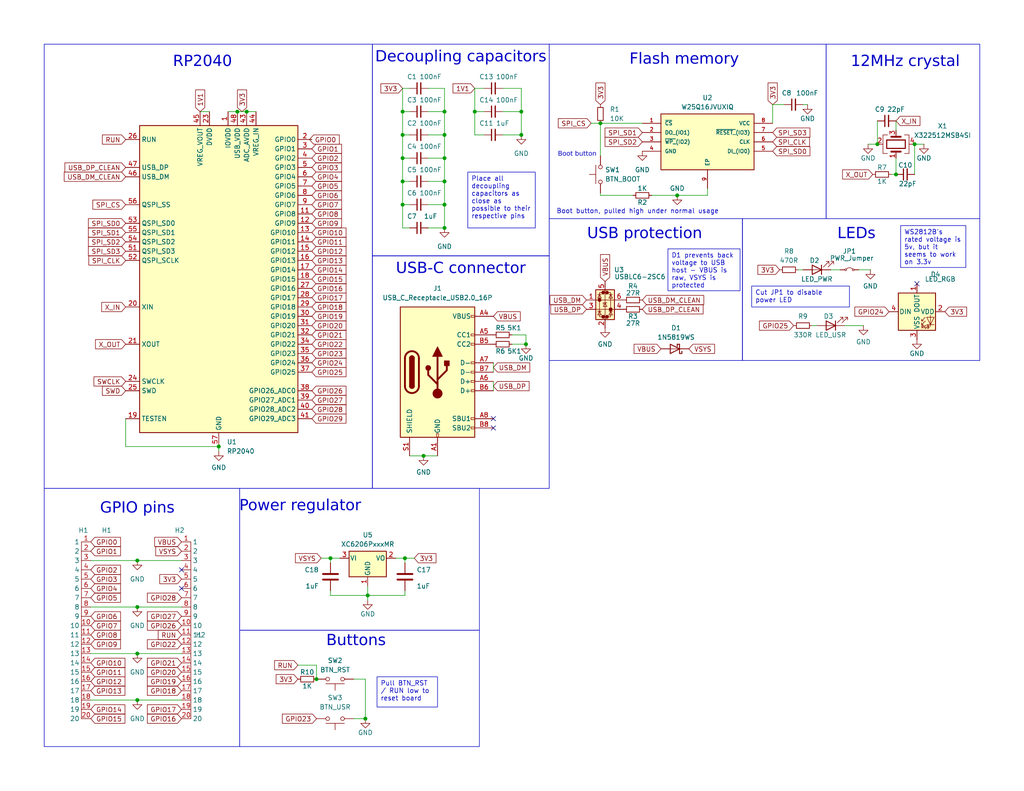
<source format=kicad_sch>
(kicad_sch (version 20250114) (generator "eeschema") (generator_version "9.0")
  (paper "USLetter")
  (title_block (title "Orpheus Pico") (date "2025-03-12") (rev "1v2") (company "Hack Club"))
  (lib_symbols
    (symbol "Connectors:TYPE-C_16PIN_2MD_073" (pin_names (offset 1.016))
      (property "Reference" "J" (at 0 22.225 0))
      (property "Value" "TYPE-C_16PIN_2MD_073" (at 0 19.685 0))
      (symbol "TYPE-C_16PIN_2MD_073_1_1"
        (pin passive line (at -7.62 -22.86 90) (length 5.08) (name "SHIELD") (number "S1"))
        (pin passive line (at 0 -22.86 90) (length 5.08) (name "GND") (number "A1"))
        (pin passive line (at 0 -22.86 90) (length 5.08) (hide yes) (name "GND") (number "B1"))
        (pin passive line (at 15.24 15.24 180) (length 5.08) (name "VBUS") (number "A4"))
        (pin passive line (at 15.24 15.24 180) (length 5.08) (hide yes) (name "VBUS") (number "B4"))
        (pin bidirectional line (at 15.24 10.16 180) (length 5.08) (name "CC1") (number "A5"))
        (pin bidirectional line (at 15.24 7.62 180) (length 5.08) (name "CC2") (number "B5"))
        (pin bidirectional line (at 15.24 2.54 180) (length 5.08) (name "D-") (number "A7"))
        (pin bidirectional line (at 15.24 0 180) (length 5.08) (name "D-") (number "B7"))
        (pin bidirectional line (at 15.24 -2.54 180) (length 5.08) (name "D+") (number "A6"))
        (pin bidirectional line (at 15.24 -5.08 180) (length 5.08) (name "D+") (number "B6"))
        (pin bidirectional line (at 15.24 -12.7 180) (length 5.08) (name "SBU1") (number "A8"))
        (pin bidirectional line (at 15.24 -15.24 180) (length 5.08) (name "SBU2") (number "B8"))
      )
    )
    (symbol "Crystals:X322512MSB4SI" (pin_names (offset 1.016) (hide yes))
      (property "Reference" "Y" (at 3.175 5.08 0))
      (property "Value" "X322512MSB4SI" (at 3.175 3.175 0))
      (symbol "X322512MSB4SI_1_1"
        (pin passive line (at -3.81 0 0) (length 1.27) (name "1") (number "1"))
        (pin passive line (at 0 5.08 270) (length 1.27) (name "2") (number "2"))
        (pin passive line (at 0 -5.08 90) (length 1.27) (name "4") (number "4"))
        (pin passive line (at 3.81 0 180) (length 1.27) (name "3") (number "3"))
      )
    )
    (symbol "Device:C" (pin_numbers (hide yes)) (pin_names (offset 0.254))
      (property "Reference" "C" (at 0.635 2.54 0))
      (property "Value" "C" (at 0.635 -2.54 0))
      (symbol "C_1_1"
        (pin passive line (at 0 3.81 270) (length 2.794) (name "~") (number "1"))
        (pin passive line (at 0 -3.81 90) (length 2.794) (name "~") (number "2"))
      )
    )
    (symbol "Device:C_Small" (pin_numbers (hide yes)) (pin_names (offset 0.254) (hide yes))
      (property "Reference" "C" (at 0.254 1.778 0))
      (property "Value" "C_Small" (at 0.254 -2.032 0))
      (symbol "C_Small_1_1"
        (pin passive line (at 0 2.54 270) (length 2.032) (name "~") (number "1"))
        (pin passive line (at 0 -2.54 90) (length 2.032) (name "~") (number "2"))
      )
    )
    (symbol "Device:LED" (pin_numbers (hide yes)) (pin_names (offset 1.016) (hide yes))
      (property "Reference" "D" (at 0 2.54 0))
      (property "Value" "LED" (at 0 -2.54 0))
      (symbol "LED_1_1"
        (pin passive line (at -3.81 0 0) (length 2.54) (name "K") (number "1"))
        (pin passive line (at 3.81 0 180) (length 2.54) (name "A") (number "2"))
      )
    )
    (symbol "Device:R_Small" (pin_numbers (hide yes)) (pin_names (offset 0.254) (hide yes))
      (property "Reference" "R" (at 0.762 0.508 0))
      (property "Value" "R_Small" (at 0.762 -1.016 0))
      (symbol "R_Small_1_1"
        (pin passive line (at 0 2.54 270) (length 0.762) (name "~") (number "1"))
        (pin passive line (at 0 -2.54 90) (length 0.762) (name "~") (number "2"))
      )
    )
    (symbol "Diode:1N5819WS" (pin_numbers (hide yes)) (pin_names (offset 1.016) (hide yes))
      (property "Reference" "D" (at 0 2.54 0))
      (property "Value" "1N5819WS" (at 0 -2.54 0))
      (symbol "1N5819WS_1_1"
        (pin passive line (at -3.81 0 0) (length 2.54) (name "K") (number "1"))
        (pin passive line (at 3.81 0 180) (length 2.54) (name "A") (number "2"))
      )
    )
    (symbol "FlashMemory:W25Q16JVUXIQ" (pin_names (offset 1.016))
      (property "Reference" "U" (at 10.16 7.62 0))
      (property "Value" "W25Q16JVUXIQ" (at 10.16 5.08 0))
      (symbol "W25Q16JVUXIQ_0_0"
        (pin bidirectional line (at 0 0 0) (length 5.08) (name "~{CS}") (number "1"))
        (pin bidirectional line (at 0 -2.54 0) (length 5.08) (name "DO_(IO1)") (number "2"))
        (pin bidirectional line (at 0 -7.62 0) (length 5.08) (name "GND") (number "4"))
        (pin bidirectional line (at 17.78 -17.78 90) (length 5.08) (name "EP") (number "9"))
        (pin bidirectional line (at 35.56 0 180) (length 5.08) (name "VCC") (number "8"))
        (pin bidirectional line (at 35.56 -5.08 180) (length 5.08) (name "CLK") (number "6"))
        (pin bidirectional line (at 35.56 -7.62 180) (length 5.08) (name "DI_(IO0)") (number "5"))
      )
      (symbol "W25Q16JVUXIQ_1_0"
        (pin bidirectional line (at 0 -5.08 0) (length 5.08) (name "~{WP_}(IO2)") (number "3"))
        (pin bidirectional line (at 35.56 -2.54 180) (length 5.08) (name "~{RESET_}(IO3)") (number "7"))
      )
    )
    (symbol "Headers:OrphPicoHeaders"
      (property "Reference" "H" (at 0 0 0))
      (symbol "OrphPicoHeaders_1_1"
        (pin bidirectional line (at 0 -2.54 0) (length 2.54) (name "1") (number "1"))
        (pin bidirectional line (at 0 -5.08 0) (length 2.54) (name "2") (number "2"))
        (pin bidirectional line (at 0 -7.62 0) (length 2.54) (name "3") (number "3"))
        (pin bidirectional line (at 0 -10.16 0) (length 2.54) (name "4") (number "4"))
        (pin bidirectional line (at 0 -12.7 0) (length 2.54) (name "5") (number "5"))
        (pin bidirectional line (at 0 -15.24 0) (length 2.54) (name "6") (number "6"))
        (pin bidirectional line (at 0 -17.78 0) (length 2.54) (name "7") (number "7"))
        (pin bidirectional line (at 0 -20.32 0) (length 2.54) (name "8") (number "8"))
        (pin bidirectional line (at 0 -22.86 0) (length 2.54) (name "9") (number "9"))
        (pin bidirectional line (at 0 -25.4 0) (length 2.54) (name "10") (number "10"))
        (pin bidirectional line (at 0 -27.94 0) (length 2.54) (name "11") (number "11"))
        (pin bidirectional line (at 0 -30.48 0) (length 2.54) (name "12") (number "12"))
        (pin bidirectional line (at 0 -33.02 0) (length 2.54) (name "13") (number "13"))
        (pin bidirectional line (at 0 -35.56 0) (length 2.54) (name "14") (number "14"))
        (pin bidirectional line (at 0 -38.1 0) (length 2.54) (name "15") (number "15"))
        (pin bidirectional line (at 0 -40.64 0) (length 2.54) (name "16") (number "16"))
        (pin bidirectional line (at 0 -43.18 0) (length 2.54) (name "17") (number "17"))
        (pin bidirectional line (at 0 -45.72 0) (length 2.54) (name "18") (number "18"))
        (pin bidirectional line (at 0 -48.26 0) (length 2.54) (name "19") (number "19"))
        (pin bidirectional line (at 0 -50.8 0) (length 2.54) (name "20") (number "20"))
      )
    )
    (symbol "Jumper:Jumper_2_Small_Bridged" (pin_numbers (hide yes)) (pin_names (offset 0) (hide yes)) (exclude_from_sim yes)
      (property "Reference" "JP" (at 0 2.032 0))
      (property "Value" "Jumper_2_Small_Bridged" (at 0 -2.286 0))
      (symbol "Jumper_2_Small_Bridged_1_1"
        (pin passive line (at -2.54 0 0) (length 1.27) (name "A") (number "1"))
        (pin passive line (at 2.54 0 180) (length 1.27) (name "B") (number "2"))
      )
    )
    (symbol "LEDs:XL-1615RGBC-WS2812B" (pin_names (offset 0.254))
      (property "Reference" "D" (at 5.08 5.715 0))
      (property "Value" "XL-1615RGBC-WS2812B" (at 1.27 -5.715 0))
      (symbol "XL-1615RGBC-WS2812B_0_0"
        (text "RGB" (at 2.286 -4.191 0) (effects (font (size 0.762 0.762))))
      )
      (symbol "XL-1615RGBC-WS2812B_1_1"
        (pin input line (at -7.62 0 0) (length 2.54) (name "DIN") (number "4"))
        (pin power_in line (at 0 7.62 270) (length 2.54) (name "DOUT") (number "1"))
        (pin power_in line (at 0 -7.62 90) (length 2.54) (name "VSS") (number "3"))
        (pin output line (at 7.62 0 180) (length 2.54) (name "VDD") (number "2"))
      )
    )
    (symbol "MCU_RaspberryPi:RP2040"
      (property "Reference" "U" (at 17.78 45.72 0))
      (property "Value" "RP2040" (at 17.78 43.18 0))
      (symbol "RP2040_1_1"
        (pin input line (at -25.4 38.1 0) (length 3.81) (name "RUN") (number "26"))
        (pin bidirectional line (at -25.4 30.48 0) (length 3.81) (name "USB_DP") (number "47"))
        (pin bidirectional line (at -25.4 27.94 0) (length 3.81) (name "USB_DM") (number "46"))
        (pin bidirectional line (at -25.4 20.32 0) (length 3.81) (name "QSPI_SS") (number "56"))
        (pin bidirectional line (at -25.4 15.24 0) (length 3.81) (name "QSPI_SD0") (number "53"))
        (pin bidirectional line (at -25.4 12.7 0) (length 3.81) (name "QSPI_SD1") (number "55"))
        (pin bidirectional line (at -25.4 10.16 0) (length 3.81) (name "QSPI_SD2") (number "54"))
        (pin bidirectional line (at -25.4 7.62 0) (length 3.81) (name "QSPI_SD3") (number "51"))
        (pin output line (at -25.4 5.08 0) (length 3.81) (name "QSPI_SCLK") (number "52"))
        (pin input line (at -25.4 -7.62 0) (length 3.81) (name "XIN") (number "20"))
        (pin passive line (at -25.4 -17.78 0) (length 3.81) (name "XOUT") (number "21"))
        (pin input line (at -25.4 -27.94 0) (length 3.81) (name "SWCLK") (number "24"))
        (pin bidirectional line (at -25.4 -30.48 0) (length 3.81) (name "SWD") (number "25"))
        (pin input line (at -25.4 -38.1 0) (length 3.81) (name "TESTEN") (number "19"))
        (pin power_out line (at -5.08 45.72 270) (length 3.81) (name "VREG_VOUT") (number "45"))
        (pin power_in line (at -2.54 45.72 270) (length 3.81) (name "DVDD") (number "23"))
        (pin passive line (at -2.54 45.72 270) (length 3.81) (hide yes) (name "DVDD") (number "50"))
        (pin power_in line (at 0 -45.72 90) (length 3.81) (name "GND") (number "57"))
        (pin power_in line (at 2.54 45.72 270) (length 3.81) (name "IOVDD") (number "1"))
        (pin passive line (at 2.54 45.72 270) (length 3.81) (hide yes) (name "IOVDD") (number "10"))
        (pin passive line (at 2.54 45.72 270) (length 3.81) (hide yes) (name "IOVDD") (number "22"))
        (pin passive line (at 2.54 45.72 270) (length 3.81) (hide yes) (name "IOVDD") (number "33"))
        (pin passive line (at 2.54 45.72 270) (length 3.81) (hide yes) (name "IOVDD") (number "42"))
        (pin passive line (at 2.54 45.72 270) (length 3.81) (hide yes) (name "IOVDD") (number "49"))
        (pin power_in line (at 5.08 45.72 270) (length 3.81) (name "USB_VDD") (number "48"))
        (pin power_in line (at 7.62 45.72 270) (length 3.81) (name "ADC_AVDD") (number "43"))
        (pin power_in line (at 10.16 45.72 270) (length 3.81) (name "VREG_IN") (number "44"))
        (pin bidirectional line (at 25.4 38.1 180) (length 3.81) (name "GPIO0") (number "2"))
        (pin bidirectional line (at 25.4 35.56 180) (length 3.81) (name "GPIO1") (number "3"))
        (pin bidirectional line (at 25.4 33.02 180) (length 3.81) (name "GPIO2") (number "4"))
        (pin bidirectional line (at 25.4 30.48 180) (length 3.81) (name "GPIO3") (number "5"))
        (pin bidirectional line (at 25.4 27.94 180) (length 3.81) (name "GPIO4") (number "6"))
        (pin bidirectional line (at 25.4 25.4 180) (length 3.81) (name "GPIO5") (number "7"))
        (pin bidirectional line (at 25.4 22.86 180) (length 3.81) (name "GPIO6") (number "8"))
        (pin bidirectional line (at 25.4 20.32 180) (length 3.81) (name "GPIO7") (number "9"))
        (pin bidirectional line (at 25.4 17.78 180) (length 3.81) (name "GPIO8") (number "11"))
        (pin bidirectional line (at 25.4 15.24 180) (length 3.81) (name "GPIO9") (number "12"))
        (pin bidirectional line (at 25.4 12.7 180) (length 3.81) (name "GPIO10") (number "13"))
        (pin bidirectional line (at 25.4 10.16 180) (length 3.81) (name "GPIO11") (number "14"))
        (pin bidirectional line (at 25.4 7.62 180) (length 3.81) (name "GPIO12") (number "15"))
        (pin bidirectional line (at 25.4 5.08 180) (length 3.81) (name "GPIO13") (number "16"))
        (pin bidirectional line (at 25.4 2.54 180) (length 3.81) (name "GPIO14") (number "17"))
        (pin bidirectional line (at 25.4 0 180) (length 3.81) (name "GPIO15") (number "18"))
        (pin bidirectional line (at 25.4 -2.54 180) (length 3.81) (name "GPIO16") (number "27"))
        (pin bidirectional line (at 25.4 -5.08 180) (length 3.81) (name "GPIO17") (number "28"))
        (pin bidirectional line (at 25.4 -7.62 180) (length 3.81) (name "GPIO18") (number "29"))
        (pin bidirectional line (at 25.4 -10.16 180) (length 3.81) (name "GPIO19") (number "30"))
        (pin bidirectional line (at 25.4 -12.7 180) (length 3.81) (name "GPIO20") (number "31"))
        (pin bidirectional line (at 25.4 -15.24 180) (length 3.81) (name "GPIO21") (number "32"))
        (pin bidirectional line (at 25.4 -17.78 180) (length 3.81) (name "GPIO22") (number "34"))
        (pin bidirectional line (at 25.4 -20.32 180) (length 3.81) (name "GPIO23") (number "35"))
        (pin bidirectional line (at 25.4 -22.86 180) (length 3.81) (name "GPIO24") (number "36"))
        (pin bidirectional line (at 25.4 -25.4 180) (length 3.81) (name "GPIO25") (number "37"))
        (pin bidirectional line (at 25.4 -30.48 180) (length 3.81) (name "GPIO26_ADC0") (number "38"))
        (pin bidirectional line (at 25.4 -33.02 180) (length 3.81) (name "GPIO27_ADC1") (number "39"))
        (pin bidirectional line (at 25.4 -35.56 180) (length 3.81) (name "GPIO28_ADC2") (number "40"))
        (pin bidirectional line (at 25.4 -38.1 180) (length 3.81) (name "GPIO29_ADC3") (number "41"))
      )
    )
    (symbol "Power_Protection:USBLC6-2SC6" (pin_names (hide yes))
      (property "Reference" "U" (at 0.635 5.715 0))
      (property "Value" "USBLC6-2SC6" (at 0.635 3.81 0))
      (symbol "USBLC6-2SC6_1_1"
        (pin passive line (at -5.08 0 0) (length 2.54) (name "I/O1") (number "1"))
        (pin passive line (at -5.08 -2.54 0) (length 2.54) (name "I/O2") (number "3"))
        (pin passive line (at 0 5.08 270) (length 2.54) (name "VBUS") (number "5"))
        (pin passive line (at 0 -7.62 90) (length 2.54) (name "GND") (number "2"))
        (pin passive line (at 5.08 0 180) (length 2.54) (name "I/O1") (number "6"))
        (pin passive line (at 5.08 -2.54 180) (length 2.54) (name "I/O2") (number "4"))
      )
    )
    (symbol "Regulator_Linear:XC6206PxxxMR" (pin_names (offset 0.254))
      (property "Reference" "U" (at -3.81 3.175 0))
      (property "Value" "XC6206PxxxMR" (at 0 3.175 0))
      (symbol "XC6206PxxxMR_1_1"
        (pin power_in line (at -7.62 0 0) (length 2.54) (name "VI") (number "3"))
        (pin power_in line (at 0 -7.62 90) (length 2.54) (name "GND") (number "1"))
        (pin power_out line (at 7.62 0 180) (length 2.54) (name "VO") (number "2"))
      )
    )
    (symbol "Switch:SW_Push" (pin_numbers (hide yes)) (pin_names (offset 1.016) (hide yes))
      (property "Reference" "SW" (at 1.27 2.54 0))
      (property "Value" "SW_Push" (at 0 -1.524 0))
      (symbol "SW_Push_0_1"
        (pin passive line (at -5.08 0 0) (length 2.54) (name "1") (number "1"))
        (pin passive line (at 5.08 0 180) (length 2.54) (name "2") (number "2"))
      )
    )
    (symbol "power:GND" (power) (pin_numbers (hide yes)) (pin_names (offset 0) (hide yes))
      (property "Value" "GND" (at 0 -3.81 0))
      (symbol "GND_1_1"
        (pin power_in line (at 0 0 270) (length 0) (name "~") (number "1"))
      )
    )
  )
  (rectangle (start 225.425 12.065) (end 267.335 59.69))
  (rectangle (start 65.405 133.35) (end 130.81 172.085))
  (rectangle (start 65.405 172.085) (end 130.81 203.835))
  (rectangle (start 202.565 59.69) (end 267.335 98.425))
  (rectangle (start 101.6 12.065) (end 149.86 69.85))
  (rectangle (start 101.6 69.85) (end 149.86 133.35))
  (rectangle (start 149.86 12.065) (end 225.425 59.69))
  (rectangle (start 12.065 133.35) (end 65.405 203.835))
  (rectangle (start 149.86 59.69) (end 202.565 98.425))
  (rectangle (start 12.065 12.065) (end 101.6 133.35))
  (text "Power regulator" (at 81.915 139.065 0) (effects (font (size 3 3))))
  (text "Flash memory" (at 186.69 17.145 0) (effects (font (size 3 3))))
  (text "Boot button, pulled high under normal usage" (at 173.99 57.785 0) (effects (font (size 1.27 1.27))))
  (text "USB-C connector" (at 125.73 74.295 0) (effects (font (size 3 3))))
  (text "Decoupling capacitors\n" (at 125.73 16.51 0) (effects (font (size 3 3))))
  (text "USB protection" (at 175.895 64.77 0) (effects (font (size 3 3))))
  (text "LEDs" (at 233.68 64.77 0) (effects (font (size 3 3))))
  (text "Boot button" (at 157.48 42.545 0) (effects (font (size 1.27 1.27))))
  (text "RP2040" (at 55.245 17.78 0) (effects (font (size 3 3))))
  (text "GPIO pins" (at 37.465 139.7 0) (effects (font (size 3 3))))
  (text "Buttons" (at 97.155 175.895 0) (effects (font (size 3 3))))
  (text "12MHz crystal" (at 247.015 17.78 0) (effects (font (size 3 3))))
  (text_box "Pull BTN_RST / RUN low to reset board" (at 102.87 184.785 0) (size 16.51 8.255) (margins 0.9525 0.9525 0.9525 0.9525) (effects (font (size 1.27 1.27)) (justify left top)))
  (text_box "Place all decoupling capacitors as close as possible to their respective pins" (at 127.635 46.99 0) (size 18.415 15.24) (margins 0.9525 0.9525 0.9525 0.9525) (effects (font (size 1.27 1.27)) (justify left top)))
  (text_box "WS2812B's rated voltage is 5v, but it seems to work on 3.3v" (at 245.745 61.595 0) (size 17.78 11.43) (margins 0.9525 0.9525 0.9525 0.9525) (effects (font (size 1.27 1.27)) (justify left top)))
  (text_box "Cut JP1 to disable power LED" (at 205.105 78.105 0) (size 26.67 5.715) (margins 0.9525 0.9525 0.9525 0.9525) (effects (font (size 1.27 1.27)) (justify left top)))
  (text_box "D1 prevents back voltage to USB host - VBUS is raw, VSYS is protected" (at 182.245 67.945 0) (size 19.685 11.43) (margins 0.9525 0.9525 0.9525 0.9525) (effects (font (size 1.27 1.27)) (justify left top)))
  (junction (at 121.285 30.48))
  (junction (at 99.695 196.215))
  (junction (at 90.17 152.4))
  (junction (at 121.285 36.83))
  (junction (at 59.69 121.92))
  (junction (at 64.77 30.48))
  (junction (at 142.24 36.83))
  (junction (at 37.465 191.135))
  (junction (at 249.555 39.37))
  (junction (at 110.49 152.4))
  (junction (at 109.855 49.53))
  (junction (at 163.83 33.655))
  (junction (at 121.285 43.18))
  (junction (at 121.285 62.23))
  (junction (at 143.51 93.98))
  (junction (at 37.465 165.735))
  (junction (at 115.57 124.46))
  (junction (at 109.855 36.83))
  (junction (at 129.54 30.48))
  (junction (at 100.33 162.56))
  (junction (at 109.855 30.48))
  (junction (at 142.24 30.48))
  (junction (at 109.855 43.18))
  (junction (at 37.465 153.035))
  (junction (at 121.285 55.88))
  (junction (at 239.395 39.37))
  (junction (at 37.465 178.435))
  (junction (at 121.285 49.53))
  (junction (at 184.785 53.34))
  (junction (at 86.36 185.42))
  (junction (at 244.475 47.625))
  (junction (at 67.31 30.48))
  (junction (at 109.855 55.88))
  (no_connect (at 250.19 77.47))
  (no_connect (at 134.62 116.84))
  (no_connect (at 49.53 155.575))
  (no_connect (at 134.62 114.3))
  (no_connect (at 49.53 160.655))
  (wire (pts (xy 110.49 152.4) (xy 113.03 152.4)))
  (wire (pts (xy 111.76 62.23) (xy 109.855 62.23)))
  (wire (pts (xy 116.84 36.83) (xy 121.285 36.83)))
  (wire (pts (xy 109.855 24.13) (xy 111.76 24.13)))
  (wire (pts (xy 37.465 165.735) (xy 49.53 165.735)))
  (wire (pts (xy 121.285 30.48) (xy 116.84 30.48)))
  (wire (pts (xy 109.855 49.53) (xy 109.855 55.88)))
  (wire (pts (xy 99.695 196.215) (xy 96.52 196.215)))
  (wire (pts (xy 252.095 39.37) (xy 249.555 39.37)))
  (wire (pts (xy 100.33 160.02) (xy 100.33 162.56)))
  (wire (pts (xy 115.57 124.46) (xy 119.38 124.46)))
  (wire (pts (xy 143.51 91.44) (xy 143.51 93.98)))
  (wire (pts (xy 129.54 36.83) (xy 129.54 30.48)))
  (wire (pts (xy 134.62 104.14) (xy 134.62 106.68)))
  (wire (pts (xy 134.62 99.06) (xy 134.62 101.6)))
  (wire (pts (xy 243.205 47.625) (xy 244.475 47.625)))
  (wire (pts (xy 100.33 163.83) (xy 100.33 162.56)))
  (wire (pts (xy 244.475 33.02) (xy 244.475 35.56)))
  (wire (pts (xy 81.28 181.61) (xy 86.36 181.61)))
  (wire (pts (xy 109.855 55.88) (xy 111.76 55.88)))
  (wire (pts (xy 217.805 73.66) (xy 219.075 73.66)))
  (wire (pts (xy 90.17 162.56) (xy 100.33 162.56)))
  (wire (pts (xy 90.17 152.4) (xy 90.17 153.67)))
  (wire (pts (xy 109.855 55.88) (xy 109.855 62.23)))
  (wire (pts (xy 24.765 191.135) (xy 37.465 191.135)))
  (wire (pts (xy 37.465 178.435) (xy 49.53 178.435)))
  (wire (pts (xy 237.49 73.66) (xy 234.315 73.66)))
  (wire (pts (xy 109.855 36.83) (xy 109.855 43.18)))
  (wire (pts (xy 110.49 162.56) (xy 110.49 161.29)))
  (wire (pts (xy 129.54 24.13) (xy 129.54 30.48)))
  (wire (pts (xy 163.83 33.655) (xy 175.26 33.655)))
  (wire (pts (xy 110.49 152.4) (xy 107.95 152.4)))
  (wire (pts (xy 67.31 30.48) (xy 69.85 30.48)))
  (wire (pts (xy 109.855 36.83) (xy 111.76 36.83)))
  (wire (pts (xy 109.855 43.18) (xy 109.855 49.53)))
  (wire (pts (xy 92.71 152.4) (xy 90.17 152.4)))
  (wire (pts (xy 37.465 153.035) (xy 49.53 153.035)))
  (wire (pts (xy 236.855 39.37) (xy 239.395 39.37)))
  (wire (pts (xy 142.24 24.13) (xy 142.24 30.48)))
  (wire (pts (xy 121.285 55.88) (xy 121.285 62.23)))
  (wire (pts (xy 24.765 178.435) (xy 37.465 178.435)))
  (wire (pts (xy 163.83 33.655) (xy 163.83 42.545)))
  (wire (pts (xy 142.24 36.83) (xy 142.24 30.48)))
  (wire (pts (xy 109.855 43.18) (xy 111.76 43.18)))
  (wire (pts (xy 219.075 28.575) (xy 220.345 28.575)))
  (wire (pts (xy 62.23 30.48) (xy 64.77 30.48)))
  (wire (pts (xy 184.785 53.34) (xy 193.04 53.34)))
  (wire (pts (xy 109.855 24.13) (xy 109.855 30.48)))
  (wire (pts (xy 121.285 62.23) (xy 116.84 62.23)))
  (wire (pts (xy 210.82 28.575) (xy 213.995 28.575)))
  (wire (pts (xy 137.16 24.13) (xy 142.24 24.13)))
  (wire (pts (xy 99.695 196.215) (xy 99.695 185.42)))
  (wire (pts (xy 59.69 121.92) (xy 59.69 123.19)))
  (wire (pts (xy 121.285 43.18) (xy 121.285 49.53)))
  (wire (pts (xy 116.84 24.13) (xy 121.285 24.13)))
  (wire (pts (xy 109.855 49.53) (xy 111.76 49.53)))
  (wire (pts (xy 109.855 30.48) (xy 111.76 30.48)))
  (wire (pts (xy 121.285 49.53) (xy 121.285 55.88)))
  (wire (pts (xy 193.04 53.34) (xy 193.04 51.435)))
  (wire (pts (xy 161.29 33.655) (xy 163.83 33.655)))
  (wire (pts (xy 100.33 162.56) (xy 110.49 162.56)))
  (wire (pts (xy 99.695 185.42) (xy 96.52 185.42)))
  (wire (pts (xy 244.475 43.18) (xy 244.475 47.625)))
  (wire (pts (xy 163.83 53.34) (xy 163.83 52.705)))
  (wire (pts (xy 110.49 153.67) (xy 110.49 152.4)))
  (wire (pts (xy 116.84 49.53) (xy 121.285 49.53)))
  (wire (pts (xy 111.76 124.46) (xy 115.57 124.46)))
  (wire (pts (xy 230.505 88.9) (xy 235.585 88.9)))
  (wire (pts (xy 129.54 36.83) (xy 132.08 36.83)))
  (wire (pts (xy 143.51 91.44) (xy 139.7 91.44)))
  (wire (pts (xy 210.82 28.575) (xy 210.82 33.655)))
  (wire (pts (xy 249.555 39.37) (xy 249.555 47.625)))
  (wire (pts (xy 139.7 93.98) (xy 143.51 93.98)))
  (wire (pts (xy 116.84 55.88) (xy 121.285 55.88)))
  (wire (pts (xy 90.17 161.29) (xy 90.17 162.56)))
  (wire (pts (xy 54.61 30.48) (xy 57.15 30.48)))
  (wire (pts (xy 132.08 24.13) (xy 129.54 24.13)))
  (wire (pts (xy 64.77 30.48) (xy 67.31 30.48)))
  (wire (pts (xy 86.36 181.61) (xy 86.36 185.42)))
  (wire (pts (xy 172.72 53.34) (xy 163.83 53.34)))
  (wire (pts (xy 221.615 88.9) (xy 222.885 88.9)))
  (wire (pts (xy 239.395 33.02) (xy 239.395 39.37)))
  (wire (pts (xy 84.455 38.1) (xy 85.09 38.1)))
  (wire (pts (xy 142.24 30.48) (xy 137.16 30.48)))
  (wire (pts (xy 24.765 165.735) (xy 37.465 165.735)))
  (wire (pts (xy 129.54 30.48) (xy 132.08 30.48)))
  (wire (pts (xy 87.63 152.4) (xy 90.17 152.4)))
  (wire (pts (xy 109.855 36.83) (xy 109.855 30.48)))
  (wire (pts (xy 37.465 191.135) (xy 49.53 191.135)))
  (wire (pts (xy 137.16 36.83) (xy 142.24 36.83)))
  (wire (pts (xy 121.285 30.48) (xy 121.285 36.83)))
  (wire (pts (xy 24.765 153.035) (xy 37.465 153.035)))
  (wire (pts (xy 177.8 53.34) (xy 184.785 53.34)))
  (wire (pts (xy 226.695 73.66) (xy 229.235 73.66)))
  (wire (pts (xy 34.29 114.3) (xy 34.29 121.92)))
  (wire (pts (xy 116.84 43.18) (xy 121.285 43.18)))
  (wire (pts (xy 121.285 24.13) (xy 121.285 30.48)))
  (wire (pts (xy 121.285 36.83) (xy 121.285 43.18)))
  (wire (pts (xy 34.29 121.92) (xy 59.69 121.92)))
  (global_label "GPIO4" (shape input) (at 24.765 160.655 0) (property "Intersheetrefs" "${INTERSHEET_REFS}" (effects (hide yes))))
  (global_label "GPIO15" (shape input) (at 24.765 196.215 0) (property "Intersheetrefs" "${INTERSHEET_REFS}" (effects (hide yes))))
  (global_label "GPIO27" (shape input) (at 85.09 109.22 0) (property "Intersheetrefs" "${INTERSHEET_REFS}" (effects (hide yes))))
  (global_label "USB_DP_CLEAN" (shape input) (at 175.26 84.455 0) (property "Intersheetrefs" "${INTERSHEET_REFS}" (effects (hide yes))))
  (global_label "RUN" (shape input) (at 81.28 181.61 180) (property "Intersheetrefs" "${INTERSHEET_REFS}" (effects (hide yes))))
  (global_label "GPIO20" (shape input) (at 85.09 88.9 0) (property "Intersheetrefs" "${INTERSHEET_REFS}" (effects (hide yes))))
  (global_label "3V3" (shape input) (at 49.53 158.115 180) (property "Intersheetrefs" "${INTERSHEET_REFS}" (effects (hide yes))))
  (global_label "SPI_CLK" (shape input) (at 210.82 38.735 0) (property "Intersheetrefs" "${INTERSHEET_REFS}" (effects (hide yes))))
  (global_label "USB_DM_CLEAN" (shape input) (at 175.26 81.915 0) (property "Intersheetrefs" "${INTERSHEET_REFS}" (effects (hide yes))))
  (global_label "3V3" (shape input) (at 66.04 30.48 90) (property "Intersheetrefs" "${INTERSHEET_REFS}" (effects (hide yes))))
  (global_label "GPIO15" (shape input) (at 85.09 76.2 0) (property "Intersheetrefs" "${INTERSHEET_REFS}" (effects (hide yes))))
  (global_label "GPIO9" (shape input) (at 24.765 175.895 0) (property "Intersheetrefs" "${INTERSHEET_REFS}" (effects (hide yes))))
  (global_label "SPI_SD2" (shape input) (at 34.29 66.04 180) (property "Intersheetrefs" "${INTERSHEET_REFS}" (effects (hide yes))))
  (global_label "GPIO17" (shape input) (at 85.09 81.28 0) (property "Intersheetrefs" "${INTERSHEET_REFS}" (effects (hide yes))))
  (global_label "GPIO22" (shape input) (at 49.53 175.895 180) (property "Intersheetrefs" "${INTERSHEET_REFS}" (effects (hide yes))))
  (global_label "3V3" (shape input) (at 257.81 85.09 0) (property "Intersheetrefs" "${INTERSHEET_REFS}" (effects (hide yes))))
  (global_label "GPIO6" (shape input) (at 85.09 53.34 0) (property "Intersheetrefs" "${INTERSHEET_REFS}" (effects (hide yes))))
  (global_label "3V3" (shape input) (at 210.82 28.575 90) (property "Intersheetrefs" "${INTERSHEET_REFS}" (effects (hide yes))))
  (global_label "3V3" (shape input) (at 163.83 28.575 90) (property "Intersheetrefs" "${INTERSHEET_REFS}" (effects (hide yes))))
  (global_label "GPIO28" (shape input) (at 85.09 111.76 0) (property "Intersheetrefs" "${INTERSHEET_REFS}" (effects (hide yes))))
  (global_label "GPIO24" (shape input) (at 85.09 99.06 0) (property "Intersheetrefs" "${INTERSHEET_REFS}" (effects (hide yes))))
  (global_label "RUN" (shape input) (at 49.53 173.355 180) (property "Intersheetrefs" "${INTERSHEET_REFS}" (effects (hide yes))))
  (global_label "GPIO0" (shape input) (at 24.765 147.955 0) (property "Intersheetrefs" "${INTERSHEET_REFS}" (effects (hide yes))))
  (global_label "GPIO7" (shape input) (at 85.09 55.88 0) (property "Intersheetrefs" "${INTERSHEET_REFS}" (effects (hide yes))))
  (global_label "GPIO6" (shape input) (at 24.765 168.275 0) (property "Intersheetrefs" "${INTERSHEET_REFS}" (effects (hide yes))))
  (global_label "GPIO4" (shape input) (at 85.09 48.26 0) (property "Intersheetrefs" "${INTERSHEET_REFS}" (effects (hide yes))))
  (global_label "USB_DM_CLEAN" (shape input) (at 34.29 48.26 180) (property "Intersheetrefs" "${INTERSHEET_REFS}" (effects (hide yes))))
  (global_label "1V1" (shape input) (at 54.61 30.48 90) (property "Intersheetrefs" "${INTERSHEET_REFS}" (effects (hide yes))))
  (global_label "SPI_CLK" (shape input) (at 34.29 71.12 180) (property "Intersheetrefs" "${INTERSHEET_REFS}" (effects (hide yes))))
  (global_label "USB_DP_CLEAN" (shape input) (at 34.29 45.72 180) (property "Intersheetrefs" "${INTERSHEET_REFS}" (effects (hide yes))))
  (global_label "X_OUT" (shape input) (at 238.125 47.625 180) (property "Intersheetrefs" "${INTERSHEET_REFS}" (effects (hide yes))))
  (global_label "GPIO23" (shape input) (at 85.09 96.52 0) (property "Intersheetrefs" "${INTERSHEET_REFS}" (effects (hide yes))))
  (global_label "GPIO3" (shape input) (at 24.765 158.115 0) (property "Intersheetrefs" "${INTERSHEET_REFS}" (effects (hide yes))))
  (global_label "SPI_SD0" (shape input) (at 210.82 41.275 0) (property "Intersheetrefs" "${INTERSHEET_REFS}" (effects (hide yes))))
  (global_label "USB_DP" (shape input) (at 160.02 84.455 180) (property "Intersheetrefs" "${INTERSHEET_REFS}" (effects (hide yes))))
  (global_label "GPIO26" (shape input) (at 85.09 106.68 0) (property "Intersheetrefs" "${INTERSHEET_REFS}" (effects (hide yes))))
  (global_label "GPIO18" (shape input) (at 85.09 83.82 0) (property "Intersheetrefs" "${INTERSHEET_REFS}" (effects (hide yes))))
  (global_label "GPIO13" (shape input) (at 85.09 71.12 0) (property "Intersheetrefs" "${INTERSHEET_REFS}" (effects (hide yes))))
  (global_label "X_IN" (shape input) (at 244.475 33.02 0) (property "Intersheetrefs" "${INTERSHEET_REFS}" (effects (hide yes))))
  (global_label "GPIO0" (shape input) (at 84.455 38.1 0) (property "Intersheetrefs" "${INTERSHEET_REFS}" (effects (hide yes))))
  (global_label "GPIO2" (shape input) (at 24.765 155.575 0) (property "Intersheetrefs" "${INTERSHEET_REFS}" (effects (hide yes))))
  (global_label "GPIO17" (shape input) (at 49.53 193.675 180) (property "Intersheetrefs" "${INTERSHEET_REFS}" (effects (hide yes))))
  (global_label "GPIO21" (shape input) (at 85.09 91.44 0) (property "Intersheetrefs" "${INTERSHEET_REFS}" (effects (hide yes))))
  (global_label "X_OUT" (shape input) (at 34.29 93.98 180) (property "Intersheetrefs" "${INTERSHEET_REFS}" (effects (hide yes))))
  (global_label "SPI_SD0" (shape input) (at 34.29 60.96 180) (property "Intersheetrefs" "${INTERSHEET_REFS}" (effects (hide yes))))
  (global_label "GPIO19" (shape input) (at 49.53 186.055 180) (property "Intersheetrefs" "${INTERSHEET_REFS}" (effects (hide yes))))
  (global_label "GPIO14" (shape input) (at 24.765 193.675 0) (property "Intersheetrefs" "${INTERSHEET_REFS}" (effects (hide yes))))
  (global_label "GPIO19" (shape input) (at 85.09 86.36 0) (property "Intersheetrefs" "${INTERSHEET_REFS}" (effects (hide yes))))
  (global_label "GPIO27" (shape input) (at 49.53 168.275 180) (property "Intersheetrefs" "${INTERSHEET_REFS}" (effects (hide yes))))
  (global_label "SPI_CS" (shape input) (at 34.29 55.88 180) (property "Intersheetrefs" "${INTERSHEET_REFS}" (effects (hide yes))))
  (global_label "GPIO14" (shape input) (at 85.09 73.66 0) (property "Intersheetrefs" "${INTERSHEET_REFS}" (effects (hide yes))))
  (global_label "VSYS" (shape input) (at 87.63 152.4 180) (property "Intersheetrefs" "${INTERSHEET_REFS}" (effects (hide yes))))
  (global_label "GPIO22" (shape input) (at 85.09 93.98 0) (property "Intersheetrefs" "${INTERSHEET_REFS}" (effects (hide yes))))
  (global_label "GPIO10" (shape input) (at 85.09 63.5 0) (property "Intersheetrefs" "${INTERSHEET_REFS}" (effects (hide yes))))
  (global_label "GPIO5" (shape input) (at 24.765 163.195 0) (property "Intersheetrefs" "${INTERSHEET_REFS}" (effects (hide yes))))
  (global_label "VBUS" (shape input) (at 134.62 86.36 0) (property "Intersheetrefs" "${INTERSHEET_REFS}" (effects (hide yes))))
  (global_label "GPIO8" (shape input) (at 24.765 173.355 0) (property "Intersheetrefs" "${INTERSHEET_REFS}" (effects (hide yes))))
  (global_label "GPIO5" (shape input) (at 85.09 50.8 0) (property "Intersheetrefs" "${INTERSHEET_REFS}" (effects (hide yes))))
  (global_label "SPI_SD3" (shape input) (at 210.82 36.195 0) (property "Intersheetrefs" "${INTERSHEET_REFS}" (effects (hide yes))))
  (global_label "GPIO11" (shape input) (at 85.09 66.04 0) (property "Intersheetrefs" "${INTERSHEET_REFS}" (effects (hide yes))))
  (global_label "USB_DM" (shape input) (at 134.62 100.33 0) (property "Intersheetrefs" "${INTERSHEET_REFS}" (effects (hide yes))))
  (global_label "GPIO3" (shape input) (at 85.09 45.72 0) (property "Intersheetrefs" "${INTERSHEET_REFS}" (effects (hide yes))))
  (global_label "GPIO1" (shape input) (at 85.09 40.64 0) (property "Intersheetrefs" "${INTERSHEET_REFS}" (effects (hide yes))))
  (global_label "1V1" (shape input) (at 129.54 24.13 180) (property "Intersheetrefs" "${INTERSHEET_REFS}" (effects (hide yes))))
  (global_label "GPIO16" (shape input) (at 85.09 78.74 0) (property "Intersheetrefs" "${INTERSHEET_REFS}" (effects (hide yes))))
  (global_label "GPIO2" (shape input) (at 85.09 43.18 0) (property "Intersheetrefs" "${INTERSHEET_REFS}" (effects (hide yes))))
  (global_label "VBUS" (shape input) (at 180.34 95.25 180) (property "Intersheetrefs" "${INTERSHEET_REFS}" (effects (hide yes))))
  (global_label "VBUS" (shape input) (at 49.53 147.955 180) (property "Intersheetrefs" "${INTERSHEET_REFS}" (effects (hide yes))))
  (global_label "USB_DP" (shape input) (at 134.62 105.41 0) (property "Intersheetrefs" "${INTERSHEET_REFS}" (effects (hide yes))))
  (global_label "USB_DM" (shape input) (at 160.02 81.915 180) (property "Intersheetrefs" "${INTERSHEET_REFS}" (effects (hide yes))))
  (global_label "SPI_SD3" (shape input) (at 34.29 68.58 180) (property "Intersheetrefs" "${INTERSHEET_REFS}" (effects (hide yes))))
  (global_label "SWCLK" (shape input) (at 34.29 104.14 180) (property "Intersheetrefs" "${INTERSHEET_REFS}" (effects (hide yes))))
  (global_label "VSYS" (shape input) (at 49.53 150.495 180) (property "Intersheetrefs" "${INTERSHEET_REFS}" (effects (hide yes))))
  (global_label "GPIO16" (shape input) (at 49.53 196.215 180) (property "Intersheetrefs" "${INTERSHEET_REFS}" (effects (hide yes))))
  (global_label "GPIO13" (shape input) (at 24.765 188.595 0) (property "Intersheetrefs" "${INTERSHEET_REFS}" (effects (hide yes))))
  (global_label "SPI_SD1" (shape input) (at 34.29 63.5 180) (property "Intersheetrefs" "${INTERSHEET_REFS}" (effects (hide yes))))
  (global_label "GPIO29" (shape input) (at 85.09 114.3 0) (property "Intersheetrefs" "${INTERSHEET_REFS}" (effects (hide yes))))
  (global_label "3V3" (shape input) (at 113.03 152.4 0) (property "Intersheetrefs" "${INTERSHEET_REFS}" (effects (hide yes))))
  (global_label "GPIO25" (shape input) (at 85.09 101.6 0) (property "Intersheetrefs" "${INTERSHEET_REFS}" (effects (hide yes))))
  (global_label "GPIO1" (shape input) (at 24.765 150.495 0) (property "Intersheetrefs" "${INTERSHEET_REFS}" (effects (hide yes))))
  (global_label "3V3" (shape input) (at 109.855 24.13 180) (property "Intersheetrefs" "${INTERSHEET_REFS}" (effects (hide yes))))
  (global_label "GPIO24" (shape input) (at 242.57 85.09 180) (property "Intersheetrefs" "${INTERSHEET_REFS}" (effects (hide yes))))
  (global_label "VBUS" (shape input) (at 165.1 76.835 90) (property "Intersheetrefs" "${INTERSHEET_REFS}" (effects (hide yes))))
  (global_label "GPIO23" (shape input) (at 86.36 196.215 180) (property "Intersheetrefs" "${INTERSHEET_REFS}" (effects (hide yes))))
  (global_label "3V3" (shape input) (at 212.725 73.66 180) (property "Intersheetrefs" "${INTERSHEET_REFS}" (effects (hide yes))))
  (global_label "VSYS" (shape input) (at 187.96 95.25 0) (property "Intersheetrefs" "${INTERSHEET_REFS}" (effects (hide yes))))
  (global_label "GPIO26" (shape input) (at 49.53 170.815 180) (property "Intersheetrefs" "${INTERSHEET_REFS}" (effects (hide yes))))
  (global_label "GPIO11" (shape input) (at 24.765 183.515 0) (property "Intersheetrefs" "${INTERSHEET_REFS}" (effects (hide yes))))
  (global_label "SPI_CS" (shape input) (at 161.29 33.655 180) (property "Intersheetrefs" "${INTERSHEET_REFS}" (effects (hide yes))))
  (global_label "GPIO9" (shape input) (at 85.09 60.96 0) (property "Intersheetrefs" "${INTERSHEET_REFS}" (effects (hide yes))))
  (global_label "GPIO18" (shape input) (at 49.53 188.595 180) (property "Intersheetrefs" "${INTERSHEET_REFS}" (effects (hide yes))))
  (global_label "RUN" (shape input) (at 34.29 38.1 180) (property "Intersheetrefs" "${INTERSHEET_REFS}" (effects (hide yes))))
  (global_label "SPI_SD1" (shape input) (at 175.26 36.195 180) (property "Intersheetrefs" "${INTERSHEET_REFS}" (effects (hide yes))))
  (global_label "SPI_SD2" (shape input) (at 175.26 38.735 180) (property "Intersheetrefs" "${INTERSHEET_REFS}" (effects (hide yes))))
  (global_label "GPIO10" (shape input) (at 24.765 180.975 0) (property "Intersheetrefs" "${INTERSHEET_REFS}" (effects (hide yes))))
  (global_label "3V3" (shape input) (at 81.28 185.42 180) (property "Intersheetrefs" "${INTERSHEET_REFS}" (effects (hide yes))))
  (global_label "GPIO12" (shape input) (at 24.765 186.055 0) (property "Intersheetrefs" "${INTERSHEET_REFS}" (effects (hide yes))))
  (global_label "GPIO20" (shape input) (at 49.53 183.515 180) (property "Intersheetrefs" "${INTERSHEET_REFS}" (effects (hide yes))))
  (global_label "GPIO25" (shape input) (at 216.535 88.9 180) (property "Intersheetrefs" "${INTERSHEET_REFS}" (effects (hide yes))))
  (global_label "SWD" (shape input) (at 34.29 106.68 180) (property "Intersheetrefs" "${INTERSHEET_REFS}" (effects (hide yes))))
  (global_label "GPIO28" (shape input) (at 49.53 163.195 180) (property "Intersheetrefs" "${INTERSHEET_REFS}" (effects (hide yes))))
  (global_label "GPIO12" (shape input) (at 85.09 68.58 0) (property "Intersheetrefs" "${INTERSHEET_REFS}" (effects (hide yes))))
  (global_label "GPIO8" (shape input) (at 85.09 58.42 0) (property "Intersheetrefs" "${INTERSHEET_REFS}" (effects (hide yes))))
  (global_label "X_IN" (shape input) (at 34.29 83.82 180) (property "Intersheetrefs" "${INTERSHEET_REFS}" (effects (hide yes))))
  (global_label "GPIO7" (shape input) (at 24.765 170.815 0) (property "Intersheetrefs" "${INTERSHEET_REFS}" (effects (hide yes))))
  (global_label "GPIO21" (shape input) (at 49.53 180.975 180) (property "Intersheetrefs" "${INTERSHEET_REFS}" (effects (hide yes))))
  (symbol (lib_id "Device:C_Small") (at 114.3 49.53 90) (unit 1)
    (property "Reference" "C5" (at 112.395 46.355 90))
    (property "Value" "100nF" (at 117.475 46.355 90))
    (property "Footprint" "Capacitor_SMD:C_0402_1005Metric" (effects (hide yes)))
    (property "Description" "Unpolarized capacitor, small symbol" (effects (hide yes)))
  )
  (symbol (lib_id "power:GND") (at 121.285 62.23 0) (unit 1)
    (property "Reference" "#PWR03" (effects (hide yes)))
    (property "Value" "GND" (at 121.285 67.31 0))
    (property "Description" "Power symbol creates a global label with name \"GND\" , ground" (effects (hide yes)))
  )
  (symbol (lib_id "FlashMemory:W25Q16JVUXIQ") (at 175.26 33.655 0) (unit 1)
    (property "Reference" "U2" (at 193.04 26.67 0))
    (property "Value" "W25Q16JVUXIQ" (at 193.04 29.21 0))
    (property "Footprint" "Package_SON:Winbond_USON-8-1EP_3x2mm_P0.5mm_EP0.2x1.6mm" (effects (hide yes)))
    (property "Description" "SPIFLASH, 3V, 16M-BIT. Tiny footprint and cheap." (effects (hide yes)))
    (property "MANUFACTURER_NAME" "Winbond" (effects (hide yes)))
    (property "HEIGHT" "0.6mm" (effects (hide yes)))
    (property "MANUFACTURER_PART_NUMBER" "W25Q16JVUXIQ" (effects (hide yes)))
    (property "LCSC" "C2843335" (effects (hide yes)))
  )
  (symbol (lib_id "Device:C_Small") (at 114.3 55.88 90) (unit 1)
    (property "Reference" "C6" (at 112.395 52.705 90))
    (property "Value" "100nF" (at 117.475 52.705 90))
    (property "Footprint" "Capacitor_SMD:C_0402_1005Metric" (effects (hide yes)))
    (property "Description" "Unpolarized capacitor, small symbol" (effects (hide yes)))
  )
  (symbol (lib_id "Device:C_Small") (at 241.935 33.02 90) (unit 1)
    (property "Reference" "C9" (at 240.03 29.845 90))
    (property "Value" "22pF" (at 244.475 29.845 90))
    (property "Footprint" "Capacitor_SMD:C_0402_1005Metric" (effects (hide yes)))
    (property "Description" "Unpolarized capacitor, small symbol" (effects (hide yes)))
  )
  (symbol (lib_id "Device:C_Small") (at 216.535 28.575 90) (unit 1)
    (property "Reference" "C8" (at 214.63 25.4 90))
    (property "Value" "100nF" (at 220.2391 25.4162 90))
    (property "Footprint" "Capacitor_SMD:C_0402_1005Metric" (effects (hide yes)))
    (property "Description" "Unpolarized capacitor, small symbol" (effects (hide yes)))
  )
  (symbol (lib_id "power:GND") (at 100.33 163.83 0) (unit 1)
    (property "Reference" "#PWR022" (effects (hide yes)))
    (property "Value" "GND" (at 100.33 167.64 0))
    (property "Description" "Power symbol creates a global label with name \"GND\" , ground" (effects (hide yes)))
  )
  (symbol (lib_id "MCU_RaspberryPi:RP2040") (at 59.69 76.2 0) (unit 1)
    (property "Reference" "U1" (at 61.8841 120.65 0) (effects (justify left)))
    (property "Value" "RP2040" (at 61.8841 123.19 0) (effects (justify left)))
    (property "Footprint" "Package_DFN_QFN:QFN-56-1EP_7x7mm_P0.4mm_EP3.2x3.2mm" (effects (hide yes)))
    (property "Datasheet" "https://datasheets.raspberrypi.com/rp2040/rp2040-datasheet.pdf" (effects (hide yes)))
    (property "Description" "A microcontroller by Raspberry Pi" (effects (hide yes)))
  )
  (symbol (lib_id "Regulator_Linear:XC6206PxxxMR") (at 100.33 152.4 0) (unit 1)
    (property "Reference" "U5" (at 100.33 146.05 0))
    (property "Value" "XC6206PxxxMR" (at 100.33 148.59 0))
    (property "Footprint" "Package_TO_SOT_SMD:SOT-23-3" (effects (hide yes)))
    (property "Datasheet" "https://www.torexsemi.com/file/xc6206/XC6206.pdf" (effects (hide yes)))
    (property "Description" "Positive 60-250mA Low Dropout Regulator, Fixed Output, SOT-23" (effects (hide yes)))
  )
  (symbol (lib_id "Device:LED") (at 222.885 73.66 180) (unit 1)
    (property "Reference" "D2" (at 222.25 71.12 0))
    (property "Value" "LED_PWR" (at 222.885 76.2 0))
    (property "Footprint" "LED_SMD:LED_0603_1608Metric" (effects (hide yes)))
    (property "Description" "Light emitting diode" (effects (hide yes)))
    (property "Sim.Pins" "1=K 2=A" (effects (hide yes)))
  )
  (symbol (lib_id "Crystals:X322512MSB4SI") (at 244.475 39.37 90) (unit 1)
    (property "Reference" "X1" (at 257.175 34.4168 90))
    (property "Value" "X322512MSB4SI" (at 257.175 36.9568 90))
    (property "Footprint" "Crystal:Crystal_SMD_3225-4Pin_3.2x2.5mm" (effects (hide yes)))
    (property "Description" "Good cheap 12MHz resonator from LCSC/JLC" (effects (hide yes)))
    (property "LCSC" "C9002" (effects (hide yes)))
  )
  (symbol (lib_id "Device:R_Small") (at 137.16 93.98 90) (mirror x) (unit 1)
    (property "Reference" "R6" (at 136.525 95.885 90))
    (property "Value" "5K1" (at 140.335 95.885 90))
    (property "Footprint" "Resistor_SMD:R_0402_1005Metric" (effects (hide yes)))
    (property "Description" "Resistor, small symbol" (effects (hide yes)))
  )
  (symbol (lib_id "power:GND") (at 237.49 73.66 0) (unit 1)
    (property "Reference" "#PWR016" (effects (hide yes)))
    (property "Value" "GND" (at 237.49 78.105 0))
    (property "Description" "Power symbol creates a global label with name \"GND\" , ground" (effects (hide yes)))
  )
  (symbol (lib_id "Device:R_Small") (at 163.83 31.115 0) (unit 1)
    (property "Reference" "R1" (at 166.37 29.8449 0) (effects (justify left)))
    (property "Value" "10K" (at 166.37 32.3849 0) (effects (justify left)))
    (property "Footprint" "Resistor_SMD:R_0402_1005Metric" (effects (hide yes)))
    (property "Description" "Resistor, small symbol" (effects (hide yes)))
  )
  (symbol (lib_id "power:GND") (at 37.465 178.435 0) (unit 1)
    (property "Reference" "#PWR013" (effects (hide yes)))
    (property "Value" "GND" (at 37.465 183.515 0))
    (property "Description" "Power symbol creates a global label with name \"GND\" , ground" (effects (hide yes)))
  )
  (symbol (lib_id "power:GND") (at 142.24 36.83 0) (unit 1)
    (property "Reference" "#PWR02" (effects (hide yes)))
    (property "Value" "GND" (at 142.24 41.91 0))
    (property "Description" "Power symbol creates a global label with name \"GND\" , ground" (effects (hide yes)))
  )
  (symbol (lib_id "Device:C_Small") (at 114.3 30.48 90) (unit 1)
    (property "Reference" "C3" (at 112.395 27.305 90))
    (property "Value" "100nF" (at 117.475 27.305 90))
    (property "Footprint" "Capacitor_SMD:C_0402_1005Metric" (effects (hide yes)))
    (property "Description" "Unpolarized capacitor, small symbol" (effects (hide yes)))
  )
  (symbol (lib_id "power:GND") (at 37.465 153.035 0) (unit 1)
    (property "Reference" "#PWR015" (effects (hide yes)))
    (property "Value" "GND" (at 37.465 158.115 0))
    (property "Description" "Power symbol creates a global label with name \"GND\" , ground" (effects (hide yes)))
  )
  (symbol (lib_id "Device:C") (at 90.17 157.48 0) (mirror y) (unit 1)
    (property "Reference" "C18" (at 86.995 155.575 0) (effects (justify left)))
    (property "Value" "1uF" (at 86.995 160.02 0) (effects (justify left)))
    (property "Footprint" "Capacitor_SMD:C_0402_1005Metric" (effects (hide yes)))
    (property "Description" "Unpolarized capacitor" (effects (hide yes)))
  )
  (symbol (lib_id "Device:C_Small") (at 114.3 36.83 90) (unit 1)
    (property "Reference" "C2" (at 112.395 33.655 90))
    (property "Value" "100nF" (at 117.475 33.655 90))
    (property "Footprint" "Capacitor_SMD:C_0402_1005Metric" (effects (hide yes)))
    (property "Description" "Unpolarized capacitor, small symbol" (effects (hide yes)))
  )
  (symbol (lib_id "Jumper:Jumper_2_Small_Bridged") (at 231.775 73.66 0) (unit 1) (exclude_from_sim yes)
    (property "Reference" "JP1" (at 231.775 68.58 0))
    (property "Value" "PWR_Jumper" (at 232.41 70.485 0))
    (property "Footprint" "Jumper:SolderJumper-2_P1.3mm_Bridged2Bar_RoundedPad1.0x1.5mm" (effects (hide yes)))
    (property "Description" "Jumper, 2-pole, small symbol, bridged" (effects (hide yes)))
  )
  (symbol (lib_id "power:GND") (at 184.785 53.34 0) (unit 1)
    (property "Reference" "#PWR05" (effects (hide yes)))
    (property "Value" "GND" (at 184.785 51.435 0))
    (property "Description" "Power symbol creates a global label with name \"GND\" , ground" (effects (hide yes)))
  )
  (symbol (lib_id "Device:R_Small") (at 137.16 91.44 90) (unit 1)
    (property "Reference" "R5" (at 136.525 89.535 90))
    (property "Value" "5K1" (at 140.335 89.535 90))
    (property "Footprint" "Resistor_SMD:R_0402_1005Metric" (effects (hide yes)))
    (property "Description" "Resistor, small symbol" (effects (hide yes)))
  )
  (symbol (lib_id "Switch:SW_Push") (at 91.44 196.215 180) (unit 1)
    (property "Reference" "SW3" (at 91.44 190.5 0))
    (property "Value" "BTN_USR" (at 91.44 193.04 0))
    (property "Footprint" "Switches:SW-SMD_L3.9-W3.0-P4.45" (effects (hide yes)))
    (property "Description" "Push button switch, generic, two pins" (effects (hide yes)))
  )
  (symbol (lib_id "power:GND") (at 37.465 165.735 0) (unit 1)
    (property "Reference" "#PWR014" (effects (hide yes)))
    (property "Value" "GND" (at 37.465 170.815 0))
    (property "Description" "Power symbol creates a global label with name \"GND\" , ground" (effects (hide yes)))
  )
  (symbol (lib_id "LEDs:XL-1615RGBC-WS2812B") (at 250.19 85.09 0) (unit 1)
    (property "Reference" "D4" (at 255.27 74.93 0))
    (property "Value" "LED_RGB" (at 256.54 76.2 0))
    (property "Footprint" "LEDs:LED-SMD_4P-L1.6-W1.5_XL-1615RGBC-WS2812B" (effects (hide yes)))
    (property "Datasheet" "https://cdn-shop.adafruit.com/datasheets/WS2812B.pdf" (effects (hide yes)))
    (property "Description" "RGB LED with integrated controller" (effects (hide yes)))
  )
  (symbol (lib_id "power:GND") (at 37.465 191.135 0) (unit 1)
    (property "Reference" "#PWR012" (effects (hide yes)))
    (property "Value" "GND" (at 37.465 196.215 0))
    (property "Description" "Power symbol creates a global label with name \"GND\" , ground" (effects (hide yes)))
  )
  (symbol (lib_id "Connectors:TYPE-C_16PIN_2MD_073") (at 119.38 101.6 0) (unit 1)
    (property "Reference" "J1" (at 119.38 78.74 0))
    (property "Value" "USB_C_Receptacle_USB2.0_16P" (at 119.38 81.28 0))
    (property "Footprint" "USBCConnectors:USB-C-SMD_TYPE-C-6PIN-2MD-073" (effects (hide yes)))
    (property "Datasheet" "https://www.usb.org/sites/default/files/documents/usb_type-c.zip" (effects (hide yes)))
    (property "Description" "USB 2.0-only 16P Type-C Receptacle connector" (effects (hide yes)))
  )
  (symbol (lib_id "Device:C_Small") (at 134.62 30.48 90) (unit 1)
    (property "Reference" "C14" (at 132.715 27.305 90))
    (property "Value" "100nF" (at 138.3241 27.3212 90))
    (property "Footprint" "Capacitor_SMD:C_0402_1005Metric" (effects (hide yes)))
    (property "Description" "Unpolarized capacitor, small symbol" (effects (hide yes)))
  )
  (symbol (lib_id "power:GND") (at 236.855 39.37 0) (unit 1)
    (property "Reference" "#PWR010" (effects (hide yes)))
    (property "Value" "GND" (at 236.855 43.18 0))
    (property "Description" "Power symbol creates a global label with name \"GND\" , ground" (effects (hide yes)))
  )
  (symbol (lib_id "Switch:SW_Push") (at 163.83 47.625 90) (unit 1)
    (property "Reference" "SW1" (at 165.1 46.3549 90) (effects (justify right)))
    (property "Value" "BTN_BOOT" (at 165.1 48.8949 90) (effects (justify right)))
    (property "Footprint" "Switches:SW-SMD_L3.9-W3.0-P4.45" (effects (hide yes)))
    (property "Description" "Push button switch, generic, two pins" (effects (hide yes)))
  )
  (symbol (lib_id "power:GND") (at 165.1 89.535 0) (unit 1)
    (property "Reference" "#PWR07" (effects (hide yes)))
    (property "Value" "GND" (at 165.1 93.98 0))
    (property "Description" "Power symbol creates a global label with name \"GND\" , ground" (effects (hide yes)))
  )
  (symbol (lib_id "power:GND") (at 143.51 93.98 0) (unit 1)
    (property "Reference" "#PWR08" (effects (hide yes)))
    (property "Value" "GND" (at 143.51 97.79 0))
    (property "Description" "Power symbol creates a global label with name \"GND\" , ground" (effects (hide yes)))
  )
  (symbol (lib_id "Device:C_Small") (at 134.62 24.13 90) (unit 1)
    (property "Reference" "C13" (at 132.715 20.955 90))
    (property "Value" "100nF" (at 138.3241 20.9712 90))
    (property "Footprint" "Capacitor_SMD:C_0402_1005Metric" (effects (hide yes)))
    (property "Description" "Unpolarized capacitor, small symbol" (effects (hide yes)))
  )
  (symbol (lib_id "power:GND") (at 252.095 39.37 0) (unit 1)
    (property "Reference" "#PWR011" (effects (hide yes)))
    (property "Value" "GND" (at 252.095 43.18 0))
    (property "Description" "Power symbol creates a global label with name \"GND\" , ground" (effects (hide yes)))
  )
  (symbol (lib_id "Device:C") (at 110.49 157.48 0) (unit 1)
    (property "Reference" "C17" (at 113.665 155.575 0) (effects (justify left)))
    (property "Value" "1uF" (at 113.665 160.02 0) (effects (justify left)))
    (property "Footprint" "Capacitor_SMD:C_0402_1005Metric" (effects (hide yes)))
    (property "Description" "Unpolarized capacitor" (effects (hide yes)))
  )
  (symbol (lib_id "Device:C_Small") (at 247.015 47.625 90) (mirror x) (unit 1)
    (property "Reference" "C10" (at 247.015 45.085 90))
    (property "Value" "22pF" (at 247.65 50.165 90))
    (property "Footprint" "Capacitor_SMD:C_0402_1005Metric" (effects (hide yes)))
    (property "Description" "Unpolarized capacitor, small symbol" (effects (hide yes)))
  )
  (symbol (lib_id "power:GND") (at 220.345 28.575 0) (unit 1)
    (property "Reference" "#PWR06" (effects (hide yes)))
    (property "Value" "GND" (at 220.345 32.385 0))
    (property "Description" "Power symbol creates a global label with name \"GND\" , ground" (effects (hide yes)))
  )
  (symbol (lib_id "Power_Protection:USBLC6-2SC6") (at 165.1 81.915 0) (unit 1)
    (property "Reference" "U3" (at 168.91 73.66 0))
    (property "Value" "USBLC6-2SC6" (at 174.625 75.565 0))
    (property "Footprint" "Package_TO_SOT_SMD:SOT-23-6" (effects (hide yes)))
    (property "Datasheet" "https://www.st.com/resource/en/datasheet/usblc6-2.pdf" (effects (hide yes)))
    (property "Description" "Very low capacitance ESD protection diode, 2 data-line, SOT-23-6" (effects (hide yes)))
  )
  (symbol (lib_id "power:GND") (at 250.19 92.71 0) (unit 1)
    (property "Reference" "#PWR018" (effects (hide yes)))
    (property "Value" "GND" (at 250.19 96.52 0))
    (property "Description" "Power symbol creates a global label with name \"GND\" , ground" (effects (hide yes)))
  )
  (symbol (lib_id "Device:LED") (at 226.695 88.9 180) (unit 1)
    (property "Reference" "D3" (at 226.06 86.36 0))
    (property "Value" "LED_USR" (at 226.695 91.44 0))
    (property "Footprint" "LED_SMD:LED_0603_1608Metric" (effects (hide yes)))
    (property "Description" "Light emitting diode" (effects (hide yes)))
    (property "Sim.Pins" "1=K 2=A" (effects (hide yes)))
  )
  (symbol (lib_id "power:GND") (at 99.695 196.215 0) (unit 1)
    (property "Reference" "#PWR021" (effects (hide yes)))
    (property "Value" "GND" (at 99.695 200.025 0))
    (property "Description" "Power symbol creates a global label with name \"GND\" , ground" (effects (hide yes)))
  )
  (symbol (lib_id "Diode:1N5819WS") (at 184.15 95.25 180) (unit 1)
    (property "Reference" "D1" (at 184.4675 89.535 0))
    (property "Value" "1N5819WS" (at 184.4675 92.075 0))
    (property "Footprint" "Diode_SMD:D_SOD-323" (effects (hide yes)))
    (property "Datasheet" "https://datasheet.lcsc.com/lcsc/2204281430_Guangdong-Hottech-1N5819WS_C191023.pdf" (effects (hide yes)))
    (property "Description" "40V 600mV@1A 1A SOD-323 Schottky Barrier Diodes, SOD-323" (effects (hide yes)))
  )
  (symbol (lib_id "Device:R_Small") (at 83.82 185.42 270) (unit 1)
    (property "Reference" "R10" (at 83.82 183.515 90))
    (property "Value" "1K" (at 83.82 187.325 90))
    (property "Footprint" "Resistor_SMD:R_0402_1005Metric" (effects (hide yes)))
    (property "Description" "Resistor, small symbol" (effects (hide yes)))
  )
  (symbol (lib_id "power:GND") (at 59.69 123.19 0) (unit 1)
    (property "Reference" "#PWR01" (effects (hide yes)))
    (property "Value" "GND" (at 59.69 127.635 0))
    (property "Description" "Power symbol creates a global label with name \"GND\" , ground" (effects (hide yes)))
  )
  (symbol (lib_id "Switch:SW_Push") (at 91.44 185.42 180) (unit 1)
    (property "Reference" "SW2" (at 91.44 180.34 0))
    (property "Value" "BTN_RST" (at 91.44 182.88 0))
    (property "Footprint" "Switches:SW-SMD_L3.9-W3.0-P4.45" (effects (hide yes)))
    (property "Description" "Push button switch, generic, two pins" (effects (hide yes)))
  )
  (symbol (lib_id "Device:R_Small") (at 215.265 73.66 90) (unit 1)
    (property "Reference" "R8" (at 215.265 68.58 90))
    (property "Value" "470R" (at 215.265 71.12 90))
    (property "Footprint" "Resistor_SMD:R_0402_1005Metric" (effects (hide yes)))
    (property "Description" "Resistor, small symbol" (effects (hide yes)))
  )
  (symbol (lib_id "Device:C_Small") (at 114.3 24.13 90) (unit 1)
    (property "Reference" "C1" (at 112.395 20.955 90))
    (property "Value" "100nF" (at 117.475 20.955 90))
    (property "Footprint" "Capacitor_SMD:C_0402_1005Metric" (effects (hide yes)))
    (property "Description" "Unpolarized capacitor, small symbol" (effects (hide yes)))
  )
  (symbol (lib_id "Device:R_Small") (at 219.075 88.9 90) (unit 1)
    (property "Reference" "R9" (at 219.075 86.36 90))
    (property "Value" "330R" (at 219.075 91.44 90))
    (property "Footprint" "Resistor_SMD:R_0402_1005Metric" (effects (hide yes)))
    (property "Description" "Resistor, small symbol" (effects (hide yes)))
  )
  (symbol (lib_id "Headers:OrphPicoHeaders") (at 24.765 145.415 0) (mirror y) (unit 1)
    (property "Reference" "H1" (at 30.48 144.78 0) (effects (justify left)))
    (property "Value" "H1" (at 24.13 144.78 0) (effects (justify left)))
    (property "Footprint" "Headers:OrphPicoHeaders" (effects (hide yes)))
  )
  (symbol (lib_id "Device:R_Small") (at 240.665 47.625 270) (mirror x) (unit 1)
    (property "Reference" "R7" (at 240.665 45.72 90))
    (property "Value" "1K" (at 240.665 49.53 90))
    (property "Footprint" "Resistor_SMD:R_0402_1005Metric" (effects (hide yes)))
    (property "Description" "Resistor, small symbol" (effects (hide yes)))
  )
  (symbol (lib_id "Device:C_Small") (at 114.3 62.23 90) (unit 1)
    (property "Reference" "C7" (at 112.395 59.055 90))
    (property "Value" "1uF" (at 117.475 59.055 90))
    (property "Footprint" "Capacitor_SMD:C_0402_1005Metric" (effects (hide yes)))
    (property "Description" "Unpolarized capacitor, small symbol" (effects (hide yes)))
  )
  (symbol (lib_id "Device:R_Small") (at 172.72 81.915 90) (unit 1)
    (property "Reference" "R4" (at 172.72 78.105 90))
    (property "Value" "27R" (at 172.72 80.01 90))
    (property "Footprint" "Resistor_SMD:R_0402_1005Metric" (effects (hide yes)))
    (property "Description" "Resistor, small symbol" (effects (hide yes)))
  )
  (symbol (lib_id "power:GND") (at 175.26 41.275 0) (unit 1)
    (property "Reference" "#PWR04" (effects (hide yes)))
    (property "Value" "GND" (at 175.26 46.355 0))
    (property "Description" "Power symbol creates a global label with name \"GND\" , ground" (effects (hide yes)))
  )
  (symbol (lib_id "Device:C_Small") (at 134.62 36.83 90) (unit 1)
    (property "Reference" "C11" (at 132.715 33.655 90))
    (property "Value" "1uF" (at 137.16 33.655 90))
    (property "Footprint" "Capacitor_SMD:C_0402_1005Metric" (effects (hide yes)))
    (property "Description" "Unpolarized capacitor, small symbol" (effects (hide yes)))
  )
  (symbol (lib_id "Device:R_Small") (at 175.26 53.34 90) (unit 1)
    (property "Reference" "R2" (at 175.26 55.245 90))
    (property "Value" "1K" (at 175.26 51.435 90))
    (property "Footprint" "Resistor_SMD:R_0402_1005Metric" (effects (hide yes)))
    (property "Description" "Resistor, small symbol" (effects (hide yes)))
  )
  (symbol (lib_id "Device:C_Small") (at 114.3 43.18 90) (unit 1)
    (property "Reference" "C4" (at 112.395 40.005 90))
    (property "Value" "100nF" (at 117.475 40.005 90))
    (property "Footprint" "Capacitor_SMD:C_0402_1005Metric" (effects (hide yes)))
    (property "Description" "Unpolarized capacitor, small symbol" (effects (hide yes)))
  )
  (symbol (lib_id "Headers:OrphPicoHeaders") (at 49.53 145.415 0) (unit 1)
    (property "Reference" "H2" (at 47.625 144.78 0) (effects (justify left)))
    (property "Value" "H2" (at 53.34 173.355 0) (effects (justify left)))
    (property "Footprint" "Headers:OrphPicoHeaders" (effects (hide yes)))
  )
  (symbol (lib_id "power:GND") (at 115.57 124.46 0) (unit 1)
    (property "Reference" "#PWR09" (effects (hide yes)))
    (property "Value" "GND" (at 115.57 128.905 0))
    (property "Description" "Power symbol creates a global label with name \"GND\" , ground" (effects (hide yes)))
  )
  (symbol (lib_id "Device:R_Small") (at 172.72 84.455 90) (unit 1)
    (property "Reference" "R3" (at 172.72 86.36 90))
    (property "Value" "27R" (at 172.72 88.265 90))
    (property "Footprint" "Resistor_SMD:R_0402_1005Metric" (effects (hide yes)))
    (property "Description" "Resistor, small symbol" (effects (hide yes)))
  )
  (symbol (lib_id "power:GND") (at 235.585 88.9 0) (unit 1)
    (property "Reference" "#PWR017" (effects (hide yes)))
    (property "Value" "GND" (at 235.585 93.345 0))
    (property "Description" "Power symbol creates a global label with name \"GND\" , ground" (effects (hide yes)))
  )
)
</source>
